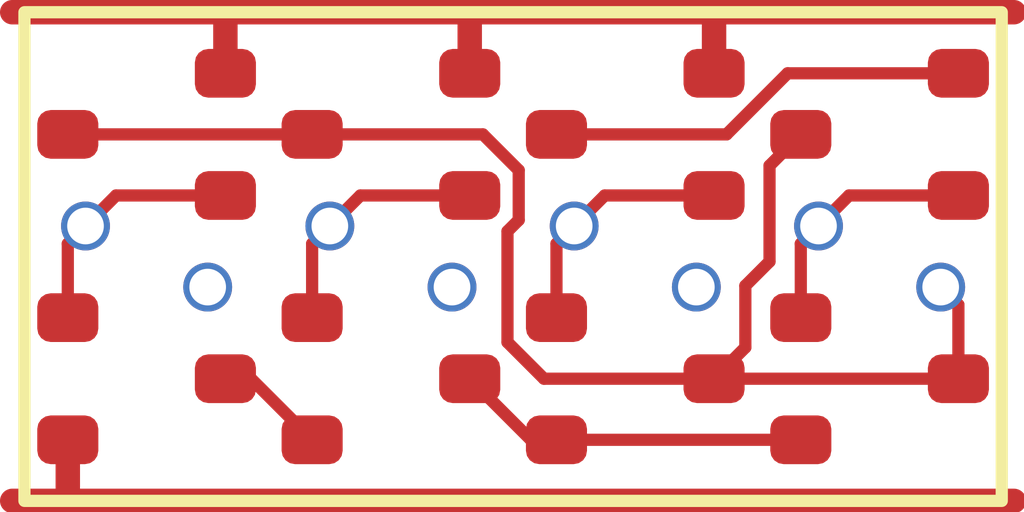
<source format=kicad_pcb>
(kicad_pcb (version 20241229) (generator "pcbnew") (generator_version "9.0")
  (layers (0 "F.Cu" signal) (2 "B.Cu" signal) (13 "F.Paste" user) (15 "B.Paste" user) (5 "F.SilkS" user "F.Silkscreen") (7 "B.SilkS" user "B.Silkscreen") (1 "F.Mask" user) (3 "B.Mask" user) (25 "Edge.Cuts" user))
  (net 0 "")
  (net 1 "GND")
  (net 2 "Y")
  (net 3 "VDD")
  (net 4 "A")
  (net 5 "C1")
  (net 6 "C2")
  (net 7 "B")
  (net 8 "intPA")
  (net 9 "intPB")
  (net 10 "intC")
  (footprint "RV523:SOT523" (layer "F.Cu") (at 7 3)
    (property "Reference" "P4" (hide yes))
    (property "Value" "PMOS" (hide yes))
    (pad "1" smd roundrect (at -0.645 -0.5 180) (size 0.5 0.399) (layers "F.Cu" "F.Mask" "F.Paste") (roundrect_rratio 0.275) (net 6 "C2"))
    (pad "2" smd roundrect (at -0.645 0.5 180) (size 0.5 0.399) (layers "F.Cu" "F.Mask" "F.Paste") (roundrect_rratio 0.275) (net 9 "intPB"))
    (pad "3" smd roundrect (at 0.645 0 180) (size 0.5 0.399) (layers "F.Cu" "F.Mask" "F.Paste") (roundrect_rratio 0.275) (net 2 "Y"))
  )
  (footprint "RV523:SOT523" (layer "F.Cu") (at 7 1 180)
    (property "Reference" "N4" (hide yes))
    (property "Value" "NMOS" (hide yes))
    (pad "1" smd roundrect (at -0.645 -0.5) (size 0.5 0.399) (layers "F.Cu" "F.Mask" "F.Paste") (roundrect_rratio 0.275) (net 6 "C2"))
    (pad "2" smd roundrect (at -0.645 0.5) (size 0.5 0.399) (layers "F.Cu" "F.Mask" "F.Paste") (roundrect_rratio 0.275) (net 10 "intC"))
    (pad "3" smd roundrect (at 0.645 0) (size 0.5 0.399) (layers "F.Cu" "F.Mask" "F.Paste") (roundrect_rratio 0.275) (net 2 "Y"))
  )
  (footprint "RV523:SOT523" (layer "F.Cu") (at 3 3)
    (property "Reference" "P2" (hide yes))
    (property "Value" "PMOS" (hide yes))
    (pad "1" smd roundrect (at -0.645 -0.5 180) (size 0.5 0.399) (layers "F.Cu" "F.Mask" "F.Paste") (roundrect_rratio 0.275) (net 7 "B"))
    (pad "2" smd roundrect (at -0.645 0.5 180) (size 0.5 0.399) (layers "F.Cu" "F.Mask" "F.Paste") (roundrect_rratio 0.275) (net 8 "intPA"))
    (pad "3" smd roundrect (at 0.645 0 180) (size 0.5 0.399) (layers "F.Cu" "F.Mask" "F.Paste") (roundrect_rratio 0.275) (net 9 "intPB"))
  )
  (footprint "RV523:SOT523" (layer "F.Cu") (at 5 3)
    (property "Reference" "P3" (hide yes))
    (property "Value" "PMOS" (hide yes))
    (pad "1" smd roundrect (at -0.645 -0.5 180) (size 0.5 0.399) (layers "F.Cu" "F.Mask" "F.Paste") (roundrect_rratio 0.275) (net 5 "C1"))
    (pad "2" smd roundrect (at -0.645 0.5 180) (size 0.5 0.399) (layers "F.Cu" "F.Mask" "F.Paste") (roundrect_rratio 0.275) (net 9 "intPB"))
    (pad "3" smd roundrect (at 0.645 0 180) (size 0.5 0.399) (layers "F.Cu" "F.Mask" "F.Paste") (roundrect_rratio 0.275) (net 2 "Y"))
  )
  (footprint "RV523:SOT523" (layer "F.Cu") (at 3 1 180)
    (property "Reference" "N2" (hide yes))
    (property "Value" "NMOS" (hide yes))
    (pad "1" smd roundrect (at -0.645 -0.5) (size 0.5 0.399) (layers "F.Cu" "F.Mask" "F.Paste") (roundrect_rratio 0.275) (net 7 "B"))
    (pad "2" smd roundrect (at -0.645 0.5) (size 0.5 0.399) (layers "F.Cu" "F.Mask" "F.Paste") (roundrect_rratio 0.275) (net 1 "GND"))
    (pad "3" smd roundrect (at 0.645 0) (size 0.5 0.399) (layers "F.Cu" "F.Mask" "F.Paste") (roundrect_rratio 0.275) (net 2 "Y"))
  )
  (footprint "RV523:SOT523" (layer "F.Cu") (at 1 1 180)
    (property "Reference" "N1" (hide yes))
    (property "Value" "NMOS" (hide yes))
    (pad "1" smd roundrect (at -0.645 -0.5) (size 0.5 0.399) (layers "F.Cu" "F.Mask" "F.Paste") (roundrect_rratio 0.275) (net 4 "A"))
    (pad "2" smd roundrect (at -0.645 0.5) (size 0.5 0.399) (layers "F.Cu" "F.Mask" "F.Paste") (roundrect_rratio 0.275) (net 1 "GND"))
    (pad "3" smd roundrect (at 0.645 0) (size 0.5 0.399) (layers "F.Cu" "F.Mask" "F.Paste") (roundrect_rratio 0.275) (net 2 "Y"))
  )
  (footprint "RV523:SOT523" (layer "F.Cu") (at 1 3)
    (property "Reference" "P1" (hide yes))
    (property "Value" "PMOS" (hide yes))
    (pad "1" smd roundrect (at -0.645 -0.5 180) (size 0.5 0.399) (layers "F.Cu" "F.Mask" "F.Paste") (roundrect_rratio 0.275) (net 4 "A"))
    (pad "2" smd roundrect (at -0.645 0.5 180) (size 0.5 0.399) (layers "F.Cu" "F.Mask" "F.Paste") (roundrect_rratio 0.275) (net 3 "VDD"))
    (pad "3" smd roundrect (at 0.645 0 180) (size 0.5 0.399) (layers "F.Cu" "F.Mask" "F.Paste") (roundrect_rratio 0.275) (net 8 "intPA"))
  )
  (footprint "RV523:SOT523" (layer "F.Cu") (at 5 1 180)
    (property "Reference" "N3" (hide yes))
    (property "Value" "NMOS" (hide yes))
    (pad "1" smd roundrect (at -0.645 -0.5) (size 0.5 0.399) (layers "F.Cu" "F.Mask" "F.Paste") (roundrect_rratio 0.275) (net 5 "C1"))
    (pad "2" smd roundrect (at -0.645 0.5) (size 0.5 0.399) (layers "F.Cu" "F.Mask" "F.Paste") (roundrect_rratio 0.275) (net 1 "GND"))
    (pad "3" smd roundrect (at 0.645 0) (size 0.5 0.399) (layers "F.Cu" "F.Mask" "F.Paste") (roundrect_rratio 0.275) (net 10 "intC"))
  )
  (gr_rect (start 0 0) (end 8 4) (stroke (width 0.1)) (fill no) (layer "F.SilkS"))
  (via (at 3.5 2.25) (size 0.4) (drill 0.3) (layers "F.Cu" "B.Cu") (net 0))
  (via (at 1.5 2.25) (size 0.4) (drill 0.3) (layers "F.Cu" "B.Cu") (net 0))
  (via (at 5.5 2.25) (size 0.4) (drill 0.3) (layers "F.Cu" "B.Cu") (net 0))
  (segment (start 1.65 0) (end 3.62 0) (width 0.2) (layer "F.Cu") (net 1))
  (segment (start 1.645 0.005) (end 1.65 0) (width 0.2) (layer "F.Cu") (net 1))
  (segment (start 3.62 0) (end 5.6 0) (width 0.2) (layer "F.Cu") (net 1))
  (segment (start 5.645 0.5) (end 5.645 0.045) (width 0.2) (layer "F.Cu") (net 1))
  (segment (start 3.645 0.025) (end 3.62 0) (width 0.2) (layer "F.Cu") (net 1))
  (segment (start 5.6 0) (end 8.1 0) (width 0.2) (layer "F.Cu") (net 1))
  (segment (start -0.1 0) (end 1.65 0) (width 0.2) (layer "F.Cu") (net 1))
  (segment (start 3.645 0.5) (end 3.645 0.025) (width 0.2) (layer "F.Cu") (net 1))
  (segment (start 5.645 0.045) (end 5.6 0) (width 0.2) (layer "F.Cu") (net 1))
  (segment (start 1.645 0.5) (end 1.645 0.005) (width 0.2) (layer "F.Cu") (net 1))
  (segment (start 3.954 1.793158) (end 4.046 1.701158) (width 0.1) (layer "F.Cu") (net 2))
  (segment (start 3.954 2.701158) (end 3.954 1.793158) (width 0.1) (layer "F.Cu") (net 2))
  (segment (start 6.099 2.041) (end 5.901 2.239) (width 0.1) (layer "F.Cu") (net 2))
  (segment (start 0.355 1) (end 2.355 1) (width 0.1) (layer "F.Cu") (net 2))
  (segment (start 4.046 1.293158) (end 3.752842 1) (width 0.1) (layer "F.Cu") (net 2))
  (segment (start 5.901 2.239) (end 5.901 2.744) (width 0.1) (layer "F.Cu") (net 2))
  (segment (start 4.252842 3) (end 3.954 2.701158) (width 0.1) (layer "F.Cu") (net 2))
  (segment (start 5.901 2.744) (end 5.645 3) (width 0.1) (layer "F.Cu") (net 2))
  (segment (start 3.752842 1) (end 2.355 1) (width 0.1) (layer "F.Cu") (net 2))
  (segment (start 7.645 3) (end 5.645 3) (width 0.1) (layer "F.Cu") (net 2))
  (segment (start 7.645 3) (end 7.645 2.395) (width 0.1) (layer "F.Cu") (net 2))
  (segment (start 6.355 1) (end 6.099 1.256) (width 0.1) (layer "F.Cu") (net 2))
  (segment (start 4.046 1.701158) (end 4.046 1.293158) (width 0.1) (layer "F.Cu") (net 2))
  (segment (start 7.645 2.395) (end 7.5 2.25) (width 0.1) (layer "F.Cu") (net 2))
  (segment (start 5.645 3) (end 4.252842 3) (width 0.1) (layer "F.Cu") (net 2))
  (segment (start 6.099 1.256) (end 6.099 2.041) (width 0.1) (layer "F.Cu") (net 2))
  (via (at 7.5 2.25) (size 0.4) (drill 0.3) (layers "F.Cu" "B.Cu") (net 2))
  (segment (start 0.355 3.945) (end 0.41 4) (width 0.2) (layer "F.Cu") (net 3))
  (segment (start -0.1 4) (end 0.3 4) (width 0.2) (layer "F.Cu") (net 3))
  (segment (start 0.355 3.5) (end 0.355 3.945) (width 0.2) (layer "F.Cu") (net 3))
  (segment (start 0.41 4) (end 8.1 4) (width 0.2) (layer "F.Cu") (net 3))
  (segment (start 0.3 4) (end 0.41 4) (width 0.2) (layer "F.Cu") (net 3))
  (segment (start 0.355 1.895) (end 0.5 1.75) (width 0.1) (layer "F.Cu") (net 4))
  (segment (start 0.75 1.5) (end 0.5 1.75) (width 0.1) (layer "F.Cu") (net 4))
  (segment (start 1.645 1.5) (end 0.75 1.5) (width 0.1) (layer "F.Cu") (net 4))
  (segment (start 0.355 2.5) (end 0.355 1.895) (width 0.1) (layer "F.Cu") (net 4))
  (via (at 0.5 1.75) (size 0.4) (drill 0.3) (layers "F.Cu" "B.Cu") (net 4))
  (segment (start 4.355 2.5) (end 4.355 1.895) (width 0.1) (layer "F.Cu") (net 5))
  (segment (start 4.75 1.5) (end 4.5 1.75) (width 0.1) (layer "F.Cu") (net 5))
  (segment (start 5.645 1.5) (end 4.75 1.5) (width 0.1) (layer "F.Cu") (net 5))
  (segment (start 4.355 1.895) (end 4.5 1.75) (width 0.1) (layer "F.Cu") (net 5))
  (via (at 4.5 1.75) (size 0.4) (drill 0.3) (layers "F.Cu" "B.Cu") (net 5))
  (segment (start 6.75 1.5) (end 6.5 1.75) (width 0.1) (layer "F.Cu") (net 6))
  (segment (start 6.355 1.895) (end 6.5 1.75) (width 0.1) (layer "F.Cu") (net 6))
  (segment (start 6.355 2.5) (end 6.355 1.895) (width 0.1) (layer "F.Cu") (net 6))
  (segment (start 7.645 1.5) (end 6.75 1.5) (width 0.1) (layer "F.Cu") (net 6))
  (via (at 6.5 1.75) (size 0.4) (drill 0.3) (layers "F.Cu" "B.Cu") (net 6))
  (segment (start 2.75 1.5) (end 2.5 1.75) (width 0.1) (layer "F.Cu") (net 7))
  (segment (start 2.355 1.895) (end 2.5 1.75) (width 0.1) (layer "F.Cu") (net 7))
  (segment (start 3.645 1.5) (end 2.75 1.5) (width 0.1) (layer "F.Cu") (net 7))
  (segment (start 2.355 2.5) (end 2.355 1.895) (width 0.1) (layer "F.Cu") (net 7))
  (via (at 2.5 1.75) (size 0.4) (drill 0.3) (layers "F.Cu" "B.Cu") (net 7))
  (segment (start 1.855 3) (end 2.355 3.5) (width 0.1) (layer "F.Cu") (net 8))
  (segment (start 1.645 3) (end 1.855 3) (width 0.1) (layer "F.Cu") (net 8))
  (segment (start 4.355 3.5) (end 4.145 3.5) (width 0.1) (layer "F.Cu") (net 9))
  (segment (start 6.355 3.5) (end 4.355 3.5) (width 0.1) (layer "F.Cu") (net 9))
  (segment (start 4.145 3.5) (end 3.645 3) (width 0.1) (layer "F.Cu") (net 9))
  (segment (start 7.645 0.5) (end 6.247158 0.5) (width 0.1) (layer "F.Cu") (net 10))
  (segment (start 5.747158 1) (end 4.355 1) (width 0.1) (layer "F.Cu") (net 10))
  (segment (start 6.247158 0.5) (end 5.747158 1) (width 0.1) (layer "F.Cu") (net 10))
)
</source>
